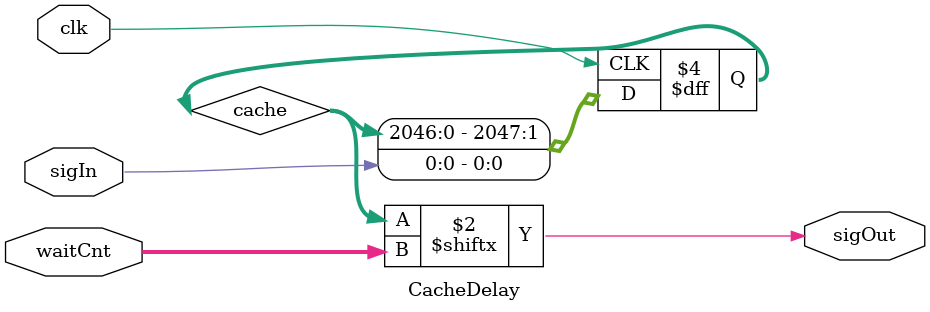
<source format=v>
module CacheDelay(clk, sigIn, waitCnt, sigOut);
/***
This delay works by caching a large number of signal inputs on clock (pos) edges, and selecting where in the time series to output based on the requested delay.  The last element in the cache is popped, and the first (zeroth) element pushed, on every clock cycle.

Ted Golfinopoulos, 19 Sep 2012
***/

parameter WAIT_CNT_SIZE=12; //Cache must have same number of bits as maximum number in wait counter.
parameter CACHE_SIZE=2048;

//Make a huge cache.
reg [CACHE_SIZE-1:0] cache;
input [WAIT_CNT_SIZE-1:0] waitCnt;

input clk;
input sigIn;

output sigOut;

reg sigOutReg;

initial begin
	#0
	cache=1'b0; //Reset cache.
end

always @(posedge clk) begin
	cache={cache[CACHE_SIZE-2:0],sigIn}; //Pop out oldest data point, and push newest data point.
end

assign sigOut=cache[waitCnt]; //Look up Index, waitCnt, in cache.

endmodule

//module CacheDelay(clk, sigIn, waitCnt, sigOut, diagOut);

//output diagOut;

//Try a shift operation
//cache=(cache<<1)+sigIn;

//assign diagOut=cache[3]; //Diagnostic out


</source>
